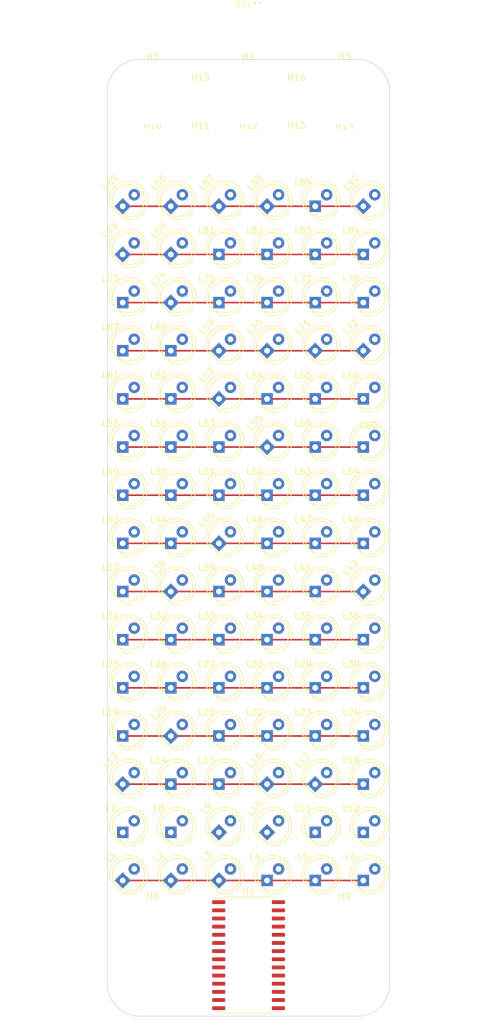
<source format=kicad_pcb>
(kicad_pcb (version 20221018) (generator pcbnew)
  (layers (0 "F.Cu" signal) (31 "B.Cu" signal) (34 "B.Paste" user) (35 "F.Paste" user) (36 "B.SilkS" user "B.Silkscreen") (37 "F.SilkS" user "F.Silkscreen") (38 "B.Mask" user) (39 "F.Mask" user) (44 "Edge.Cuts" user))
  (net 0 "")
  (net 1 "/col_1")
  (net 2 "/row_1")
  (net 3 "/row_2")
  (net 4 "/row_3")
  (net 5 "/row_4")
  (net 6 "/row_5")
  (net 7 "/row_6")
  (net 8 "/row_7")
  (net 9 "/eg8")
  (net 10 "/col_12")
  (net 11 "/col_13")
  (net 12 "/col_14")
  (net 13 "/col_15")
  (net 14 "/col_16")
  (net 15 "GND")
  (net 16 "/din")
  (net 17 "/sclk")
  (net 18 "+5V")
  (net 19 "/col_2")
  (net 20 "/col_3")
  (net 21 "/col_4")
  (net 22 "/col_5")
  (net 23 "/col_6")
  (net 24 "/col_7")
  (net 25 "/col_8")
  (net 26 "/col_9")
  (net 27 "/col_10")
  (net 28 "/col_11")
  (footprint "oomlout_oomp_footprints:l5_7297cd_electronic_led_5_mm" (layer "F.Cu") (at -12.116 -36.634 45)
    (fp_text reference "L74" (at 1.27 -3.96 45) (layer "F.SilkS"))
    (fp_text value "l5_electronic_led_5_mm")
    (pad "1" thru_hole rect (at 0 0 45) (size 1.8 1.8) (drill 0.9) (layers *.Cu *.Mask) (net 11 "/col_13"))
    (pad "2" thru_hole circle (at 2.54 0 45) (size 1.8 1.8) (drill 0.9) (layers *.Cu *.Mask) (net 3 "/row_2"))
  )
  (footprint "oomlout_oomp_footprints:l5_7297cd_electronic_led_5_mm" (layer "F.Cu") (at 10.384 38.366 45)
    (fp_text reference "L17" (at 1.27 -3.96 45) (layer "F.SilkS"))
    (fp_text value "l5_electronic_led_5_mm")
    (pad "1" thru_hole rect (at 0 0 45) (size 1.8 1.8) (drill 0.9) (layers *.Cu *.Mask) (net 20 "/col_3"))
    (pad "2" thru_hole circle (at 2.54 0 45) (size 1.8 1.8) (drill 0.9) (layers *.Cu *.Mask) (net 6 "/row_5"))
  )
  (footprint "oomlout_oomp_footprints:l5_7297cd_electronic_led_5_mm" (layer "F.Cu") (at 2.884 -51.634 45)
    (fp_text reference "L88" (at 1.27 -3.96 45) (layer "F.SilkS"))
    (fp_text value "l5_electronic_led_5_mm")
    (pad "1" thru_hole rect (at 0 0 45) (size 1.8 1.8) (drill 0.9) (layers *.Cu *.Mask) (net 13 "/col_15"))
    (pad "2" thru_hole circle (at 2.54 0 45) (size 1.8 1.8) (drill 0.9) (layers *.Cu *.Mask) (net 5 "/row_4"))
  )
  (footprint "oomlout_oomp_footprints:l5_7297cd_electronic_led_5_mm" (layer "F.Cu") (at 17.884 -51.634 45)
    (fp_text reference "L90" (at 1.27 -3.96 45) (layer "F.SilkS"))
    (fp_text value "l5_electronic_led_5_mm")
    (pad "1" thru_hole rect (at 0 0 45) (size 1.8 1.8) (drill 0.9) (layers *.Cu *.Mask) (net 13 "/col_15"))
    (pad "2" thru_hole circle (at 2.54 0 45) (size 1.8 1.8) (drill 0.9) (layers *.Cu *.Mask) (net 7 "/row_6"))
  )
  (footprint "oomlout_oomp_footprints:l5_7297cd_electronic_led_5_mm" (layer "F.Cu") (at 2.884 45.866 45)
    (fp_text reference "L10" (at 1.27 -3.96 45) (layer "F.SilkS"))
    (fp_text value "l5_electronic_led_5_mm")
    (pad "1" thru_hole rect (at 0 0 45) (size 1.8 1.8) (drill 0.9) (layers *.Cu *.Mask) (net 19 "/col_2"))
    (pad "2" thru_hole circle (at 2.54 0 45) (size 1.8 1.8) (drill 0.9) (layers *.Cu *.Mask) (net 5 "/row_4"))
  )
  (footprint "oomlout_oomp_footprints:l5_7297cd_electronic_led_5_mm" (layer "F.Cu") (at 2.884 -29.134 45)
    (fp_text reference "L70" (at 1.27 -3.96 45) (layer "F.SilkS"))
    (fp_text value "l5_electronic_led_5_mm")
    (pad "1" thru_hole rect (at 0 0 45) (size 1.8 1.8) (drill 0.9) (layers *.Cu *.Mask) (net 10 "/col_12"))
    (pad "2" thru_hole circle (at 2.54 0 45) (size 1.8 1.8) (drill 0.9) (layers *.Cu *.Mask) (net 5 "/row_4"))
  )
  (footprint "oomlout_oomp_footprints:l5_7297cd_electronic_led_5_mm" (layer "F.Cu") (at -12.116 -44.134 45)
    (fp_text reference "L80" (at 1.27 -3.96 45) (layer "F.SilkS"))
    (fp_text value "l5_electronic_led_5_mm")
    (pad "1" thru_hole rect (at 0 0 45) (size 1.8 1.8) (drill 0.9) (layers *.Cu *.Mask) (net 12 "/col_14"))
    (pad "2" thru_hole circle (at 2.54 0 45) (size 1.8 1.8) (drill 0.9) (layers *.Cu *.Mask) (net 3 "/row_2"))
  )
  (footprint "oomlout_oomp_footprints:l5_7297cd_electronic_led_5_mm" (layer "F.Cu") (at -19.616 38.366 45)
    (fp_text reference "L13" (at 1.27 -3.96 45) (layer "F.SilkS"))
    (fp_text value "l5_electronic_led_5_mm")
    (pad "1" thru_hole rect (at 0 0 45) (size 1.8 1.8) (drill 0.9) (layers *.Cu *.Mask) (net 20 "/col_3"))
    (pad "2" thru_hole circle (at 2.54 0 45) (size 1.8 1.8) (drill 0.9) (layers *.Cu *.Mask) (net 2 "/row_1"))
  )
  (footprint "oomlout_oomp_footprints:l5_7297cd_electronic_led_5_mm" (layer "F.Cu") (at -4.616 45.866 45)
    (fp_text reference "L9" (at 1.27 -3.96 45) (layer "F.SilkS"))
    (fp_text value "l5_electronic_led_5_mm")
    (pad "1" thru_hole rect (at 0 0 45) (size 1.8 1.8) (drill 0.9) (layers *.Cu *.Mask) (net 19 "/col_2"))
    (pad "2" thru_hole circle (at 2.54 0 45) (size 1.8 1.8) (drill 0.9) (layers *.Cu *.Mask) (net 4 "/row_3"))
  )
  (footprint "oomlout_oomp_footprints:l5_7297cd_electronic_led_5_mm" (layer "F.Cu") (at -12.116 -51.634 45)
    (fp_text reference "L86" (at 1.27 -3.96 45) (layer "F.SilkS"))
    (fp_text value "l5_electronic_led_5_mm")
    (pad "1" thru_hole rect (at 0 0 45) (size 1.8 1.8) (drill 0.9) (layers *.Cu *.Mask) (net 13 "/col_15"))
    (pad "2" thru_hole circle (at 2.54 0 45) (size 1.8 1.8) (drill 0.9) (layers *.Cu *.Mask) (net 3 "/row_2"))
  )
  (footprint "oomlout_oomp_footprints:mhm3_872f01_electronic_mounting_hole_m3" (layer "F.Cu") (at -15 60 0)
    (fp_text reference "H8" (at 0 -4.2) (layer "F.SilkS"))
    (fp_text value "mhm3_872f01_electronic_mounting_hole_m3")
    (pad "" np_thru_hole circle (at 0 0) (size 3.2 3.2) (drill 3.2) (layers *.Cu *.Mask))
  )
  (footprint "oomlout_oomp_footprints:l5_7297cd_electronic_led_5_mm" (layer "F.Cu") (at 10.384 -29.134 45)
    (fp_text reference "L71" (at 1.27 -3.96 45) (layer "F.SilkS"))
    (fp_text value "l5_electronic_led_5_mm")
    (pad "1" thru_hole rect (at 0 0 45) (size 1.8 1.8) (drill 0.9) (layers *.Cu *.Mask) (net 10 "/col_12"))
    (pad "2" thru_hole circle (at 2.54 0 45) (size 1.8 1.8) (drill 0.9) (layers *.Cu *.Mask) (net 6 "/row_5"))
  )
  (footprint "oomlout_oomp_footprints:l5_7297cd_electronic_led_5_mm" (layer "F.Cu") (at -4.616 -29.134 45)
    (fp_text reference "L69" (at 1.27 -3.96 45) (layer "F.SilkS"))
    (fp_text value "l5_electronic_led_5_mm")
    (pad "1" thru_hole rect (at 0 0 45) (size 1.8 1.8) (drill 0.9) (layers *.Cu *.Mask) (net 10 "/col_12"))
    (pad "2" thru_hole circle (at 2.54 0 45) (size 1.8 1.8) (drill 0.9) (layers *.Cu *.Mask) (net 4 "/row_3"))
  )
  (footprint "oomlout_oomp_footprints:l5_7297cd_electronic_led_5_mm" (layer "F.Cu") (at 17.884 -29.134 45)
    (fp_text reference "L72" (at 1.27 -3.96 45) (layer "F.SilkS"))
    (fp_text value "l5_electronic_led_5_mm")
    (pad "1" thru_hole rect (at 0 0 45) (size 1.8 1.8) (drill 0.9) (layers *.Cu *.Mask) (net 10 "/col_12"))
    (pad "2" thru_hole circle (at 2.54 0 45) (size 1.8 1.8) (drill 0.9) (layers *.Cu *.Mask) (net 7 "/row_6"))
  )
  (footprint "oomlout_oomp_footprints:l5_7297cd_electronic_led_5_mm" (layer "F.Cu") (at -4.616 -21.634 45)
    (fp_text reference "L63" (at 1.27 -3.96 45) (layer "F.SilkS"))
    (fp_text value "l5_electronic_led_5_mm")
    (pad "1" thru_hole rect (at 0 0 45) (size 1.8 1.8) (drill 0.9) (layers *.Cu *.Mask) (net 28 "/col_11"))
    (pad "2" thru_hole circle (at 2.54 0 45) (size 1.8 1.8) (drill 0.9) (layers *.Cu *.Mask) (net 4 "/row_3"))
  )
  (footprint "oomlout_oomp_footprints:l5_7297cd_electronic_led_5_mm" (layer "F.Cu") (at -12.116 30.866 45)
    (fp_text reference "L20" (at 1.27 -3.96 45) (layer "F.SilkS"))
    (fp_text value "l5_electronic_led_5_mm")
    (pad "1" thru_hole rect (at 0 0 45) (size 1.8 1.8) (drill 0.9) (layers *.Cu *.Mask) (net 21 "/col_4"))
    (pad "2" thru_hole circle (at 2.54 0 45) (size 1.8 1.8) (drill 0.9) (layers *.Cu *.Mask) (net 3 "/row_2"))
  )
  (footprint "oomlout_oomp_footprints:l5_7297cd_electronic_led_5_mm" (layer "F.Cu") (at -4.616 -51.634 45)
    (fp_text reference "L87" (at 1.27 -3.96 45) (layer "F.SilkS"))
    (fp_text value "l5_electronic_led_5_mm")
    (pad "1" thru_hole rect (at 0 0 45) (size 1.8 1.8) (drill 0.9) (layers *.Cu *.Mask) (net 13 "/col_15"))
    (pad "2" thru_hole circle (at 2.54 0 45) (size 1.8 1.8) (drill 0.9) (layers *.Cu *.Mask) (net 4 "/row_3"))
  )
  (footprint "oomlout_oomp_footprints:mhm3_872f01_electronic_mounting_hole_m3" (layer "F.Cu") (at 7.5 -60 0)
    (fp_text reference "H13" (at 0 -4.2) (layer "F.SilkS"))
    (fp_text value "mhm3_872f01_electronic_mounting_hole_m3")
    (pad "" np_thru_hole circle (at 0 0) (size 3.2 3.2) (drill 3.2) (layers *.Cu *.Mask))
  )
  (footprint "oomlout_oomp_footprints:l5_7297cd_electronic_led_5_mm" (layer "F.Cu") (at 2.884 -14.134 45)
    (fp_text reference "L58" (at 1.27 -3.96 45) (layer "F.SilkS"))
    (fp_text value "l5_electronic_led_5_mm")
    (pad "1" thru_hole rect (at 0 0 45) (size 1.8 1.8) (drill 0.9) (layers *.Cu *.Mask) (net 27 "/col_10"))
    (pad "2" thru_hole circle (at 2.54 0 45) (size 1.8 1.8) (drill 0.9) (layers *.Cu *.Mask) (net 5 "/row_4"))
  )
  (footprint "oomlout_oomp_footprints:l5_7297cd_electronic_led_5_mm" (layer "F.Cu") (at 17.884 8.366 45)
    (fp_text reference "L42" (at 1.27 -3.96 45) (layer "F.SilkS"))
    (fp_text value "l5_electronic_led_5_mm")
    (pad "1" thru_hole rect (at 0 0 45) (size 1.8 1.8) (drill 0.9) (layers *.Cu *.Mask) (net 24 "/col_7"))
    (pad "2" thru_hole circle (at 2.54 0 45) (size 1.8 1.8) (drill 0.9) (layers *.Cu *.Mask) (net 7 "/row_6"))
  )
  (footprint "oomlout_oomp_footprints:l5_7297cd_electronic_led_5_mm" (layer "F.Cu") (at 2.884 38.366 45)
    (fp_text reference "L16" (at 1.27 -3.96 45) (layer "F.SilkS"))
    (fp_text value "l5_electronic_led_5_mm")
    (pad "1" thru_hole rect (at 0 0 45) (size 1.8 1.8) (drill 0.9) (layers *.Cu *.Mask) (net 20 "/col_3"))
    (pad "2" thru_hole circle (at 2.54 0 45) (size 1.8 1.8) (drill 0.9) (layers *.Cu *.Mask) (net 5 "/row_4"))
  )
  (footprint "oomlout_oomp_footprints:l5_7297cd_electronic_led_5_mm" (layer "F.Cu") (at -19.616 -44.134 45)
    (fp_text reference "L79" (at 1.27 -3.96 45) (layer "F.SilkS"))
    (fp_text value "l5_electronic_led_5_mm")
    (pad "1" thru_hole rect (at 0 0 45) (size 1.8 1.8) (drill 0.9) (layers *.Cu *.Mask) (net 12 "/col_14"))
    (pad "2" thru_hole circle (at 2.54 0 45) (size 1.8 1.8) (drill 0.9) (layers *.Cu *.Mask) (net 2 "/row_1"))
  )
  (footprint "oomlout_oomp_footprints:l5_7297cd_electronic_led_5_mm" (layer "F.Cu") (at -4.616 0.866 45)
    (fp_text reference "L45" (at 1.27 -3.96 45) (layer "F.SilkS"))
    (fp_text value "l5_electronic_led_5_mm")
    (pad "1" thru_hole rect (at 0 0 45) (size 1.8 1.8) (drill 0.9) (layers *.Cu *.Mask) (net 25 "/col_8"))
    (pad "2" thru_hole circle (at 2.54 0 45) (size 1.8 1.8) (drill 0.9) (layers *.Cu *.Mask) (net 4 "/row_3"))
  )
  (footprint "oomlout_oomp_footprints:l5_7297cd_electronic_led_5_mm" (layer "F.Cu") (at -12.116 8.366 45)
    (fp_text reference "L38" (at 1.27 -3.96 45) (layer "F.SilkS"))
    (fp_text value "l5_electronic_led_5_mm")
    (pad "1" thru_hole rect (at 0 0 45) (size 1.8 1.8) (drill 0.9) (layers *.Cu *.Mask) (net 24 "/col_7"))
    (pad "2" thru_hole circle (at 2.54 0 45) (size 1.8 1.8) (drill 0.9) (layers *.Cu *.Mask) (net 3 "/row_2"))
  )
  (footprint "oomlout_oomp_footprints:mhm6_fbea65_electronic_mounting_hole_m6" (layer "F.Cu") (at 15 67.5 0)
    (fp_text reference "H2" (at 0 -7.4) (layer "F.SilkS"))
    (fp_text value "mhm6_fbea65_electronic_mounting_hole_m6")
    (pad "" np_thru_hole circle (at 0 0) (size 6.4 6.4) (drill 6.4) (layers *.Cu *.Mask))
  )
  (footprint "oomlout_oomp_footprints:l5_7297cd_electronic_led_5_mm" (layer "F.Cu") (at -19.616 -51.634 45)
    (fp_text reference "L85" (at 1.27 -3.96 45) (layer "F.SilkS"))
    (fp_text value "l5_electronic_led_5_mm")
    (pad "1" thru_hole rect (at 0 0 45) (size 1.8 1.8) (drill 0.9) (layers *.Cu *.Mask) (net 13 "/col_15"))
    (pad "2" thru_hole circle (at 2.54 0 45) (size 1.8 1.8) (drill 0.9) (layers *.Cu *.Mask) (net 2 "/row_1"))
  )
  (footprint "oomlout_oomp_footprints:l5_7297cd_electronic_led_5_mm" (layer "F.Cu") (at -19.616 53.366 45)
    (fp_text reference "L1" (at 1.27 -3.96 45) (layer "F.SilkS"))
    (fp_text value "l5_electronic_led_5_mm")
    (pad "1" thru_hole rect (at 0 0 45) (size 1.8 1.8) (drill 0.9) (layers *.Cu *.Mask) (net 1 "/col_1"))
    (pad "2" thru_hole circle (at 2.54 0 45) (size 1.8 1.8) (drill 0.9) (layers *.Cu *.Mask) (net 2 "/row_1"))
  )
  (footprint "oomlout_oomp_footprints:l5_7297cd_electronic_led_5_mm" (layer "F.Cu") (at -19.616 -21.634 45)
    (fp_text reference "L61" (at 1.27 -3.96) (layer "F.SilkS"))
    (fp_text value "l5_electronic_led_5_mm")
    (pad "1" thru_hole rect (at 0 0) (size 1.8 1.8) (drill 0.9) (layers *.Cu *.Mask) (net 28 "/col_11"))
    (pad "2" thru_hole circle (at 2.54 0) (size 1.8 1.8) (drill 0.9) (layers *.Cu *.Mask) (net 2 "/row_1"))
  )
  (footprint "oomlout_oomp_footprints:l5_7297cd_electronic_led_5_mm" (layer "F.Cu") (at 10.384 -51.634 45)
    (fp_text reference "L89" (at 1.27 -3.96) (layer "F.SilkS"))
    (fp_text value "l5_electronic_led_5_mm")
    (pad "1" thru_hole rect (at 0 0) (size 1.8 1.8) (drill 0.9) (layers *.Cu *.Mask) (net 13 "/col_15"))
    (pad "2" thru_hole circle (at 2.54 0) (size 1.8 1.8) (drill 0.9) (layers *.Cu *.Mask) (net 6 "/row_5"))
  )
  (footprint "oomlout_oomp_footprints:l5_7297cd_electronic_led_5_mm" (layer "F.Cu") (at 2.884 53.366 45)
    (fp_text reference "L4" (at 1.27 -3.96) (layer "F.SilkS"))
    (fp_text value "l5_electronic_led_5_mm")
    (pad "1" thru_hole rect (at 0 0) (size 1.8 1.8) (drill 0.9) (layers *.Cu *.Mask) (net 1 "/col_1"))
    (pad "2" thru_hole circle (at 2.54 0) (size 1.8 1.8) (drill 0.9) (layers *.Cu *.Mask) (net 5 "/row_4"))
  )
  (footprint "oomlout_oomp_footprints:mhm3_872f01_electronic_mounting_hole_m3" (layer "F.Cu") (at 0 -60 0)
    (fp_text reference "H12" (at 0 -4.2) (layer "F.SilkS"))
    (fp_text value "mhm3_872f01_electronic_mounting_hole_m3")
    (pad "" np_thru_hole circle (at 0 0) (size 3.2 3.2) (drill 3.2) (layers *.Cu *.Mask))
  )
  (footprint "oomlout_oomp_footprints:l5_7297cd_electronic_led_5_mm" (layer "F.Cu") (at -12.116 -6.634 45)
    (fp_text reference "L50" (at 1.27 -3.96) (layer "F.SilkS"))
    (fp_text value "l5_electronic_led_5_mm")
    (pad "1" thru_hole rect (at 0 0) (size 1.8 1.8) (drill 0.9) (layers *.Cu *.Mask) (net 26 "/col_9"))
    (pad "2" thru_hole circle (at 2.54 0) (size 1.8 1.8) (drill 0.9) (layers *.Cu *.Mask) (net 3 "/row_2"))
  )
  (footprint "oomlout_oomp_footprints:l5_7297cd_electronic_led_5_mm" (layer "F.Cu") (at -4.616 -36.634 45)
    (fp_text reference "L75" (at 1.27 -3.96) (layer "F.SilkS"))
    (fp_text value "l5_electronic_led_5_mm")
    (pad "1" thru_hole rect (at 0 0) (size 1.8 1.8) (drill 0.9) (layers *.Cu *.Mask) (net 11 "/col_13"))
    (pad "2" thru_hole circle (at 2.54 0) (size 1.8 1.8) (drill 0.9) (layers *.Cu *.Mask) (net 4 "/row_3"))
  )
  (footprint "oomlout_oomp_footprints:l5_7297cd_electronic_led_5_mm" (layer "F.Cu") (at -4.616 53.366 45)
    (fp_text reference "L3" (at 1.27 -3.96 45) (layer "F.SilkS"))
    (fp_text value "l5_electronic_led_5_mm")
    (pad "1" thru_hole rect (at 0 0 45) (size 1.8 1.8) (drill 0.9) (layers *.Cu *.Mask) (net 1 "/col_1"))
    (pad "2" thru_hole circle (at 2.54 0 45) (size 1.8 1.8) (drill 0.9) (layers *.Cu *.Mask) (net 4 "/row_3"))
  )
  (footprint "oomlout_oomp_footprints:mhm6_fbea65_electronic_mounting_hole_m6" (layer "F.Cu") (at 15 -67.5 0)
    (fp_text reference "H5" (at 0 -7.4) (layer "F.SilkS"))
    (fp_text value "mhm6_fbea65_electronic_mounting_hole_m6")
    (pad "" np_thru_hole circle (at 0 0) (size 6.4 6.4) (drill 6.4) (layers *.Cu *.Mask))
  )
  (footprint "oomlout_oomp_footprints:l5_7297cd_electronic_led_5_mm" (layer "F.Cu") (at 2.884 -36.634 45)
    (fp_text reference "L76" (at 1.27 -3.96) (layer "F.SilkS"))
    (fp_text value "l5_electronic_led_5_mm")
    (pad "1" thru_hole rect (at 0 0) (size 1.8 1.8) (drill 0.9) (layers *.Cu *.Mask) (net 11 "/col_13"))
    (pad "2" thru_hole circle (at 2.54 0) (size 1.8 1.8) (drill 0.9) (layers *.Cu *.Mask) (net 5 "/row_4"))
  )
  (footprint "oomlout_oomp_footprints:l5_7297cd_electronic_led_5_mm" (layer "F.Cu") (at -4.616 23.366 45)
    (fp_text reference "L27" (at 1.27 -3.96) (layer "F.SilkS"))
    (fp_text value "l5_electronic_led_5_mm")
    (pad "1" thru_hole rect (at 0 0) (size 1.8 1.8) (drill 0.9) (layers *.Cu *.Mask) (net 22 "/col_5"))
    (pad "2" thru_hole circle (at 2.54 0) (size 1.8 1.8) (drill 0.9) (layers *.Cu *.Mask) (net 4 "/row_3"))
  )
  (footprint "oomlout_oomp_footprints:l5_7297cd_electronic_led_5_mm" (layer "F.Cu") (at -19.616 45.866 45)
    (fp_text reference "L7" (at 1.27 -3.96) (layer "F.SilkS"))
    (fp_text value "l5_electronic_led_5_mm")
    (pad "1" thru_hole rect (at 0 0) (size 1.8 1.8) (drill 0.9) (layers *.Cu *.Mask) (net 19 "/col_2"))
    (pad "2" thru_hole circle (at 2.54 0) (size 1.8 1.8) (drill 0.9) (layers *.Cu *.Mask) (net 2 "/row_1"))
  )
  (footprint "oomlout_oomp_footprints:l5_7297cd_electronic_led_5_mm" (layer "F.Cu") (at 2.884 -21.634 45)
    (fp_text reference "L64" (at 1.27 -3.96) (layer "F.SilkS"))
    (fp_text value "l5_electronic_led_5_mm")
    (pad "1" thru_hole rect (at 0 0) (size 1.8 1.8) (drill 0.9) (layers *.Cu *.Mask) (net 28 "/col_11"))
    (pad "2" thru_hole circle (at 2.54 0) (size 1.8 1.8) (drill 0.9) (layers *.Cu *.Mask) (net 5 "/row_4"))
  )
  (footprint "oomlout_oomp_footprints:l5_7297cd_electronic_led_5_mm" (layer "F.Cu") (at 10.384 15.866 45)
    (fp_text reference "L35" (at 1.27 -3.96) (layer "F.SilkS"))
    (fp_text value "l5_electronic_led_5_mm")
    (pad "1" thru_hole rect (at 0 0) (size 1.8 1.8) (drill 0.9) (layers *.Cu *.Mask) (net 23 "/col_6"))
    (pad "2" thru_hole circle (at 2.54 0) (size 1.8 1.8) (drill 0.9) (layers *.Cu *.Mask) (net 6 "/row_5"))
  )
  (footprint "oomlout_oomp_footprints:l5_7297cd_electronic_led_5_mm" (layer "F.Cu") (at 17.884 45.866 45)
    (fp_text reference "L12" (at 1.27 -3.96) (layer "F.SilkS"))
    (fp_text value "l5_electronic_led_5_mm")
    (pad "1" thru_hole rect (at 0 0) (size 1.8 1.8) (drill 0.9) (layers *.Cu *.Mask) (net 19 "/col_2"))
    (pad "2" thru_hole circle (at 2.54 0) (size 1.8 1.8) (drill 0.9) (layers *.Cu *.Mask) (net 7 "/row_6"))
  )
  (footprint "oomlout_oomp_footprints:l5_7297cd_electronic_led_5_mm" (layer "F.Cu") (at 10.384 -21.634 45)
    (fp_text reference "L65" (at 1.27 -3.96) (layer "F.SilkS"))
    (fp_text value "l5_electronic_led_5_mm")
    (pad "1" thru_hole rect (at 0 0) (size 1.8 1.8) (drill 0.9) (layers *.Cu *.Mask) (net 28 "/col_11"))
    (pad "2" thru_hole circle (at 2.54 0) (size 1.8 1.8) (drill 0.9) (layers *.Cu *.Mask) (net 6 "/row_5"))
  )
  (footprint "oomlout_oomp_footprints:l5_7297cd_electronic_led_5_mm" (layer "F.Cu") (at 10.384 -6.634 45)
    (fp_text reference "L53" (at 1.27 -3.96) (layer "F.SilkS"))
    (fp_text value "l5_electronic_led_5_mm")
    (pad "1" thru_hole rect (at 0 0) (size 1.8 1.8) (drill 0.9) (layers *.Cu *.Mask) (net 26 "/col_9"))
    (pad "2" thru_hole circle (at 2.54 0) (size 1.8 1.8) (drill 0.9) (layers *.Cu *.Mask) (net 6 "/row_5"))
  )
  (footprint "oomlout_oomp_footprints:l5_7297cd_electronic_led_5_mm" (layer "F.Cu") (at 17.884 -14.134 45)
    (fp_text reference "L60" (at 3.037768 -1.767767) (layer "F.SilkS"))
    (fp_text value "l5_electronic_led_5_mm")
    (pad "1" thru_hole rect (at 0 0) (size 1.8 1.8) (drill 0.9) (layers *.Cu *.Mask) (net 27 "/col_10"))
    (pad "2" thru_hole circle (at 2.54 0) (size 1.8 1.8) (drill 0.9) (layers *.Cu *.Mask) (net 7 "/row_6"))
  )
  (footprint "oomlout_oomp_footprints:l5_7297cd_electronic_led_5_mm" (layer "F.Cu") (at 17.884 -36.634 45)
    (fp_text reference "L78" (at 1.27 -3.96) (layer "F.SilkS"))
    (fp_text value "l5_electronic_led_5_mm")
    (pad "1" thru_hole rect (at 0 0) (size 1.8 1.8) (drill 0.9) (layers *.Cu *.Mask) (net 11 "/col_13"))
    (pad "2" thru_hole circle (at 2.54 0) (size 1.8 1.8) (drill 0.9) (layers *.Cu *.Mask) (net 7 "/row_6"))
  )
  (footprint "oomlout_oomp_footprints:l5_7297cd_electronic_led_5_mm" (layer "F.Cu") (at 10.384 30.866 45)
    (fp_text reference "L23" (at 1.27 -3.96) (layer "F.SilkS"))
    (fp_text value "l5_electronic_led_5_mm")
    (pad "1" thru_hole rect (at 0 0) (size 1.8 1.8) (drill 0.9) (layers *.Cu *.Mask) (net 21 "/col_4"))
    (pad "2" thru_hole circle (at 2.54 0) (size 1.8 1.8) (drill 0.9) (layers *.Cu *.Mask) (net 6 "/row_5"))
  )
  (footprint "oomlout_oomp_footprints:l5_7297cd_electronic_led_5_mm" (layer "F.Cu") (at 10.384 8.366 45)
    (fp_text reference "L41" (at 1.27 -3.96) (layer "F.SilkS"))
    (fp_text value "l5_electronic_led_5_mm")
    (pad "1" thru_hole rect (at 0 0) (size 1.8 1.8) (drill 0.9) (layers *.Cu *.Mask) (net 24 "/col_7"))
    (pad "2" thru_hole circle (at 2.54 0) (size 1.8 1.8) (drill 0.9) (layers *.Cu *.Mask) (net 6 "/row_5"))
  )
  (footprint "oomlout_oomp_footprints:l5_7297cd_electronic_led_5_mm" (layer "F.Cu") (at 10.384 -44.134 45)
    (fp_text reference "L83" (at 1.27 -3.96) (layer "F.SilkS"))
    (fp_text value "l5_electronic_led_5_mm")
    (pad "1" thru_hole rect (at 0 0) (size 1.8 1.8) (drill 0.9) (layers *.Cu *.Mask) (net 12 "/col_14"))
    (pad "2" thru_hole circle (at 2.54 0) (size 1.8 1.8) (drill 0.9) (layers *.Cu *.Mask) (net 6 "/row_5"))
  )
  (footprint "oomlout_oomp_footprints:l5_7297cd_electronic_led_5_mm" (layer "F.Cu") (at -12.116 53.366 45)
    (fp_text reference "L2" (at 1.27 -3.96 45) (layer "F.SilkS"))
    (fp_text value "l5_electronic_led_5_mm")
    (pad "1" thru_hole rect (at 0 0 45) (size 1.8 1.8) (drill 0.9) (layers *.Cu *.Mask) (net 1 "/col_1"))
    (pad "2" thru_hole circle (at 2.54 0 45) (size 1.8 1.8) (drill 0.9) (layers *.Cu *.Mask) (net 3 "/row_2"))
  )
  (footprint "oomlout_oomp_footprints:l5_7297cd_electronic_led_5_mm" (layer "F.Cu") (at -4.616 38.366 45)
    (fp_text reference "L15" (at 1.27 -3.96) (layer "F.SilkS"))
    (fp_text value "l5_electronic_led_5_mm")
    (pad "1" thru_hole rect (at 0 0) (size 1.8 1.8) (drill 0.9) (layers *.Cu *.Mask) (net 20 "/col_3"))
    (pad "2" thru_hole circle (at 2.54 0) (size 1.8 1.8) (drill 0.9) (layers *.Cu *.Mask) (net 4 "/row_3"))
  )
  (footprint "oomlout_oomp_footprints:l5_7297cd_electronic_led_5_mm" (layer "F.Cu") (at 17.884 53.366 45)
    (fp_text reference "L6" (at 1.27 -3.96) (layer "F.SilkS"))
    (fp_text value "l5_electronic_led_5_mm")
    (pad "1" thru_hole rect (at 0 0) (size 1.8 1.8) (drill 0.9) (layers *.Cu *.Mask) (net 1 "/col_1"))
    (pad "2" thru_hole circle (at 2.54 0) (size 1.8 1.8) (drill 0.9) (layers *.Cu *.Mask) (net 7 "/row_6"))
  )
  (footprint "oomlout_oomp_footprints:l5_7297cd_electronic_led_5_mm" (layer "F.Cu") (at 2.884 30.866 45)
    (fp_text reference "L22" (at 1.27 -3.96) (layer "F.SilkS"))
    (fp_text value "l5_electronic_led_5_mm")
    (pad "1" thru_hole rect (at 0 0) (size 1.8 1.8) (drill 0.9) (layers *.Cu *.Mask) (net 21 "/col_4"))
    (pad "2" thru_hole circle (at 2.54 0) (size 1.8 1.8) (drill 0.9) (layers *.Cu *.Mask) (net 5 "/row_4"))
  )
  (footprint "oomlout_oomp_footprints:l5_7297cd_electronic_led_5_mm" (layer "F.Cu") (at 17.884 0.866 45)
    (fp_text reference "L48" (at 1.27 -3.96) (layer "F.SilkS"))
    (fp_text value "l5_electronic_led_5_mm")
    (pad "1" thru_hole rect (at 0 0) (size 1.8 1.8) (drill 0.9) (layers *.Cu *.Mask) (net 25 "/col_8"))
    (pad "2" thru_hole circle (at 2.54 0) (size 1.8 1.8) (drill 0.9) (layers *.Cu *.Mask) (net 7 "/row_6"))
  )
  (footprint "oomlout_oomp_footprints:mhm6_fbea65_electronic_mounting_hole_m6" (layer "F.Cu") (at 0 -67.5 0)
    (fp_text reference "H4" (at 0 -7.4) (layer "F.SilkS"))
    (fp_text value "mhm6_fbea65_electronic_mounting_hole_m6")
    (pad "" np_thru_hole circle (at 0 0) (size 6.4 6.4) (drill 6.4) (layers *.Cu *.Mask))
  )
  (footprint "oomlout_oomp_footprints:l5_7297cd_electronic_led_5_mm" (layer "F.Cu") (at -19.616 -14.134 45)
    (fp_text reference "L55" (at 1.27 -3.96) (layer "F.SilkS"))
    (fp_text value "l5_electronic_led_5_mm")
    (pad "1" thru_hole rect (at 0 0) (size 1.8 1.8) (drill 0.9) (layers *.Cu *.Mask) (net 27 "/col_10"))
    (pad "2" thru_hole circle (at 2.54 0) (size 1.8 1.8) (drill 0.9) (layers *.Cu *.Mask) (net 2 "/row_1"))
  )
  (footprint "oomlout_oomp_footprints:l5_7297cd_electronic_led_5_mm" (layer "F.Cu") (at 17.884 -21.634 45)
    (fp_text reference "L66" (at 1.27 -3.96) (layer "F.SilkS"))
    (fp_text value "l5_electronic_led_5_mm")
    (pad "1" thru_hole rect (at 0 0) (size 1.8 1.8) (drill 0.9) (layers *.Cu *.Mask) (net 28 "/col_11"))
    (pad "2" thru_hole circle (at 2.54 0) (size 1.8 1.8) (drill 0.9) (layers *.Cu *.Mask) (net 7 "/row_6"))
  )
  (footprint "oomlout_oomp_footprints:l5_7297cd_electronic_led_5_mm" (layer "F.Cu") (at 10.384 53.366 45)
    (fp_text reference "L5" (at 1.27 -3.96) (layer "F.SilkS"))
    (fp_text value "l5_electronic_led_5_mm")
    (pad "1" thru_hole rect (at 0 0) (size 1.8 1.8) (drill 0.9) (layers *.Cu *.Mask) (net 1 "/col_1"))
    (pad "2" thru_hole circle (at 2.54 0) (size 1.8 1.8) (drill 0.9) (layers *.Cu *.Mask) (net 6 "/row_5"))
  )
  (footprint "oomlout_oomp_footprints:l5_7297cd_electronic_led_5_mm" (layer "F.Cu") (at 2.884 15.866 45)
    (fp_text reference "L34" (at 1.27 -3.96) (layer "F.SilkS"))
    (fp_text value "l5_electronic_led_5_mm")
    (pad "1" thru_hole rect (at 0 0) (size 1.8 1.8) (drill 0.9) (layers *.Cu *.Mask) (net 23 "/col_6"))
    (pad "2" thru_hole circle (at 2.54 0) (size 1.8 1.8) (drill 0.9) (layers *.Cu *.Mask) (net 5 "/row_4"))
  )
  (footprint "oomlout_oomp_footprints:l5_7297cd_electronic_led_5_mm" (layer "F.Cu") (at 17.884 23.366 45)
    (fp_text reference "L30" (at 1.27 -3.96) (layer "F.SilkS"))
    (fp_text value "l5_electronic_led_5_mm")
    (pad "1" thru_hole rect (at 0 0) (size 1.8 1.8) (drill 0.9) (layers *.Cu *.Mask) (net 22 "/col_5"))
    (pad "2" thru_hole circle (at 2.54 0) (size 1.8 1.8) (drill 0.9) (layers *.Cu *.Mask) (net 7 "/row_6"))
  )
  (footprint "oomlout_oomp_footprints:l5_7297cd_electronic_led_5_mm" (layer "F.Cu") (at 10.384 -14.134 45)
    (fp_text reference "L59" (at 1.27 -3.96) (layer "F.SilkS"))
    (fp_text value "l5_electronic_led_5_mm")
    (pad "1" thru_hole rect (at 0 0) (size 1.8 1.8) (drill 0.9) (layers *.Cu *.Mask) (net 27 "/col_10"))
    (pad "2" thru_hole circle (at 2.54 0) (size 1.8 1.8) (drill 0.9) (layers *.Cu *.Mask) (net 6 "/row_5"))
  )
  (footprint "oomlout_oomp_footprints:l5_7297cd_electronic_led_5_mm" (layer "F.Cu") (at 10.384 45.866 45)
    (fp_text reference "L11" (at 1.27 -3.96) (layer "F.SilkS"))
    (fp_text value "l5_electronic_led_5_mm")
    (pad "1" thru_hole rect (at 0 0) (size 1.8 1.8) (drill 0.9) (layers *.Cu *.Mask) (net 19 "/col_2"))
    (pad "2" thru_hole circle (at 2.54 0) (size 1.8 1.8) (drill 0.9) (layers *.Cu *.Mask) (net 6 "/row_5"))
  )
  (footprint "oomlout_oomp_footprints:l5_7297cd_electronic_led_5_mm" (layer "F.Cu") (at 2.884 0.866 45)
    (fp_text reference "L46" (at 1.27 -3.96) (layer "F.SilkS"))
    (fp_text value "l5_electronic_led_5_mm")
    (pad "1" thru_hole rect (at 0 0) (size 1.8 1.8) (drill 0.9) (layers *.Cu *.Mask) (net 25 "/col_8"))
    (pad "2" thru_hole circle (at 2.54 0) (size 1.8 1.8) (drill 0.9) (layers *.Cu *.Mask) (net 5 "/row_4"))
  )
  (footprint "oomlout_oomp_footprints:mhm3_872f01_electronic_mounting_hole_m3" (layer "F.Cu") (at -15 -60 0)
    (fp_text reference "H10" (at 0 -4.2) (layer "F.SilkS"))
    (fp_text value "mhm3_872f01_electronic_mounting_hole_m3")
    (pad "" np_thru_hole circle (at 0 0) (size 3.2 3.2) (drill 3.2) (layers *.Cu *.Mask))
  )
  (footprint "oomlout_oomp_footprints:l5_7297cd_electronic_led_5_mm" (layer "F.Cu") (at 2.884 -44.134 45)
    (fp_text reference "L82" (at 1.27 -3.96) (layer "F.SilkS"))
    (fp_text value "l5_electronic_led_5_mm")
    (pad "1" thru_hole rect (at 0 0) (size 1.8 1.8) (drill 0.9) (layers *.Cu *.Mask) (net 12 "/col_14"))
    (pad "2" thru_hole circle (at 2.54 0) (size 1.8 1.8) (drill 0.9) (layers *.Cu *.Mask) (net 5 "/row_4"))
  )
  (footprint "oomlout_oomp_footprints:l5_7297cd_electronic_led_5_mm" (layer "F.Cu") (at -19.616 30.866 45)
    (fp_text reference "L19" (at 1.27 -3.96) (layer "F.SilkS"))
    (fp_text value "l5_electronic_led_5_mm")
    (pad "1" thru_hole rect (at 0 0) (size 1.8 1.8) (drill 0.9) (layers *.Cu *.Mask) (net 21 "/col_4"))
    (pad "2" thru_hole circle (at 2.54 0) (size 1.8 1.8) (drill 0.9) (layers *.Cu *.Mask) (net 2 "/row_1"))
  )
  (footprint "oomlout_oomp_footprints:l5_7297cd_electronic_led_5_mm" (layer "F.Cu") (at -19.616 -36.634 45)
    (fp_text reference "L73" (at 1.27 -3.96) (layer "F.SilkS"))
    (fp_text value "l5_electronic_led_5_mm")
    (pad "1" thru_hole rect (at 0 0) (size 1.8 1.8) (drill 0.9) (layers *.Cu *.Mask) (net 11 "/col_13"))
    (pad "2" thru_hole circle (at 2.54 0) (size 1.8 1.8) (drill 0.9) (layers *.Cu *.Mask) (net 2 "/row_1"))
  )
  (footprint "oomlout_oomp_footprints:l5_7297cd_electronic_led_5_mm" (layer "F.Cu") (at -12.116 0.866 45)
    (fp_text reference "L44" (at 1.27 -3.96) (layer "F.SilkS"))
    (fp_text value "l5_electronic_led_5_mm")
    (pad "1" thru_hole rect (at 0 0) (size 1.8 1.8) (drill 0.9) (layers *.Cu *.Mask) (net 25 "/col_8"))
    (pad "2" thru_hole circle (at 2.54 0) (size 1.8 1.8) (drill 0.9) (layers *.Cu *.Mask) (net 3 "/row_2"))
  )
  (footprint "oomlout_oomp_footprints:l5_7297cd_electronic_led_5_mm" (layer "F.Cu") (at -4.616 15.866 45)
    (fp_text reference "L33" (at 1.27 -3.96) (layer "F.SilkS"))
    (fp_text value "l5_electronic_led_5_mm")
    (pad "1" thru_hole rect (at 0 0) (size 1.8 1.8) (drill 0.9) (layers *.Cu *.Mask) (net 23 "/col_6"))
    (pad "2" thru_hole circle (at 2.54 0) (size 1.8 1.8) (drill 0.9) (layers *.Cu *.Mask) (net 4 "/row_3"))
  )
  (footprint "oomlout_oomp_footprints:l5_7297cd_electronic_led_5_mm" (layer "F.Cu") (at -4.616 30.866 45)
    (fp_text reference "L21" (at 1.27 -3.96) (layer "F.SilkS"))
    (fp_text value "l5_electronic_led_5_mm")
    (pad "1" thru_hole rect (at 0 0) (size 1.8 1.8) (drill 0.9) (layers *.Cu *.Mask) (net 21 "/col_4"))
    (pad "2" thru_hole circle (at 2.54 0) (size 1.8 1.8) (drill 0.9) (layers *.Cu *.Mask) (net 4 "/row_3"))
  )
  (footprint "oomlout_oomp_footprints:l5_7297cd_electronic_led_5_mm" (layer "F.Cu") (at -19.616 15.866 45)
    (fp_text reference "L31" (at 1.27 -3.96) (layer "F.SilkS"))
    (fp_text value "l5_electronic_led_5_mm")
    (pad "1" thru_hole rect (at 0 0) (size 1.8 1.8) (drill 0.9) (layers *.Cu *.Mask) (net 23 "/col_6"))
    (pad "2" thru_hole circle (at 2.54 0) (size 1.8 1.8) (drill 0.9) (layers *.Cu *.Mask) (net 2 "/row_1"))
  )
  (footprint "oomlout_oomp_footprints:l5_7297cd_electronic_led_5_mm" (layer "F.Cu") (at -19.616 23.366 45)
    (fp_text reference "L25" (at 1.27 -3.96) (layer "F.SilkS"))
    (fp_text value "l5_electronic_led_5_mm")
    (pad "1" thru_hole rect (at 0 0) (size 1.8 1.8) (drill 0.9) (layers *.Cu *.Mask) (net 22 "/col_5"))
    (pad "2" thru_hole circle (at 2.54 0) (size 1.8 1.8) (drill 0.9) (layers *.Cu *.Mask) (net 2 "/row_1"))
  )
  (footprint "oomlout_oomp_footprints:l5_7297cd_electronic_led_5_mm" (layer "F.Cu") (at 2.884 8.366 45)
    (fp_text reference "L40" (at 1.27 -3.96) (layer "F.SilkS"))
    (fp_text value "l5_electronic_led_5_mm")
    (pad "1" thru_hole rect (at 0 0) (size 1.8 1.8) (drill 0.9) (layers *.Cu *.Mask) (net 24 "/col_7"))
    (pad "2" thru_hole circle (at 2.54 0) (size 1.8 1.8) (drill 0.9) (layers *.Cu *.Mask) (net 5 "/row_4"))
  )
  (footprint "oomlout_oomp_footprints:l5_7297cd_electronic_led_5_mm" (layer "F.Cu") (at 17.884 30.866 45)
    (fp_text reference "L24" (at 1.27 -3.96) (layer "F.SilkS"))
    (fp_text value "l5_electronic_led_5_mm")
    (pad "1" thru_hole rect (at 0 0) (size 1.8 1.8) (drill 0.9) (layers *.Cu *.Mask) (net 21 "/col_4"))
    (pad "2" thru_hole circle (at 2.54 0) (size 1.8 1.8) (drill 0.9) (layers *.Cu *.Mask) (net 7 "/row_6"))
  )
  (footprint "oomlout_oomp_footprints:l5_7297cd_electronic_led_5_mm" (layer "F.Cu") (at -4.616 -14.134 45)
    (fp_text reference "L57" (at 1.27 -3.96) (layer "F.SilkS"))
    (fp_text value "l5_electronic_led_5_mm")
    (pad "1" thru_hole rect (at 0 0) (size 1.8 1.8) (drill 0.9) (layers *.Cu *.Mask) (net 27 "/col_10"))
    (pad "2" thru_hole circle (at 2.54 0) (size 1.8 1.8) (drill 0.9) (layers *.Cu *.Mask) (net 4 "/row_3"))
  )
  (footprint "oomlout_oomp_footprints:mhm6_fbea65_electronic_mounting_hole_m6" (layer "F.Cu") (at -15 67.5 0)
    (fp_text reference "H1" (at 0 -7.4) (layer "F.SilkS"))
    (fp_text value "mhm6_fbea65_electronic_mounting_hole_m6")
    (pad "" np_thru_hole circle (at 0 0) (size 6.4 6.4) (drill 6.4) (layers *.Cu *.Mask))
  )
  (footprint "oomlout_oomp_footprints:l5_7297cd_electronic_led_5_mm" (layer "F.Cu") (at -19.616 0.866 45)
    (fp_text reference "L43" (at 1.27 -3.96) (layer "F.SilkS"))
    (fp_text value "l5_electronic_led_5_mm")
    (pad "1" thru_hole rect (at 0 0) (size 1.8 1.8) (drill 0.9) (layers *.Cu *.Mask) (net 25 "/col_8"))
    (pad "2" thru_hole circle (at 2.54 0) (size 1.8 1.8) (drill 0.9) (layers *.Cu *.Mask) (net 2 "/row_1"))
  )
  (footprint "oomlout_oomp_footprints:l5_7297cd_electronic_led_5_mm" (layer "F.Cu") (at 17.884 15.866 45)
    (fp_text reference "L36" (at 1.27 -3.96) (layer "F.SilkS"))
    (fp_text value "l5_electronic_led_5_mm")
    (pad "1" thru_hole rect (at 0 0) (size 1.8 1.8) (drill 0.9) (layers *.Cu *.Mask) (net 23 "/col_6"))
    (pad "2" thru_hole circle (at 2.54 0) (size 1.8 1.8) (drill 0.9) (layers *.Cu *.Mask) (net 7 "/row_6"))
  )
  (footprint "oomlout_oomp_footprints:l5_7297cd_electronic_led_5_mm" (layer "F.Cu") (at 10.384 -36.634 45)
    (fp_text reference "L77" (at 1.27 -3.96) (layer "F.SilkS"))
    (fp_text value "l5_electronic_led_5_mm")
    (pad "1" thru_hole rect (at 0 0) (size 1.8 1.8) (drill 0.9) (layers *.Cu *.Mask) (net 11 "/col_13"))
    (pad "2" thru_hole circle (at 2.54 0) (size 1.8 1.8) (drill 0.9) (layers *.Cu *.Mask) (net 6 "/row_5"))
  )
  (footprint "oomlout_oomp_footprints:l5_7297cd_electronic_led_5_mm" (layer "F.Cu") (at -4.616 -6.634 45)
    (fp_text reference "L51" (at 1.27 -3.96) (layer "F.SilkS"))
    (fp_text value "l5_electronic_led_5_mm")
    (pad "1" thru_hole rect (at 0 0) (size 1.8 1.8) (drill 0.9) (layers *.Cu *.Mask) (net 26 "/col_9"))
    (pad "2" thru_hole circle (at 2.54 0) (size 1.8 1.8) (drill 0.9) (layers *.Cu *.Mask) (net 4 "/row_3"))
  )
  (footprint "oomlout_oomp_footprints:l5_7297cd_electronic_led_5_mm" (layer "F.Cu") (at -12.116 45.866 45)
    (fp_text reference "L8" (at 1.27 -3.96) (layer "F.SilkS"))
    (fp_text value "l5_electronic_led_5_mm")
    (pad "1" thru_hole rect (at 0 0) (size 1.8 1.8) (drill 0.9) (layers *.Cu *.Mask) (net 19 "/col_2"))
    (pad "2" thru_hole circle (at 2.54 0) (size 1.8 1.8) (drill 0.9) (layers *.Cu *.Mask) (net 3 "/row_2"))
  )
  (footprint "oomlout_oomp_footprints:mhm3_872f01_electronic_mounting_hole_m3" (layer "F.Cu") (at 15 60 0)
    (fp_text reference "H9" (at 0 -4.2) (layer "F.SilkS"))
    (fp_text value "mhm3_872f01_electronic_mounting_hole_m3")
    (pad "" np_thru_hole circle (at 0 0) (size 3.2 3.2) (drill 3.2) (layers *.Cu *.Mask))
  )
  (footprint "oomlout_oomp_footprints:mhm6_fbea65_electronic_mounting_hole_m6" (layer "F.Cu") (at -15 -67.5 0)
    (fp_text reference "H3" (at 0 -7.4) (layer "F.SilkS"))
    (fp_text value "mhm6_fbea65_electronic_mounting_hole_m6")
    (pad "" np_thru_hole circle (at 0 0) (size 6.4 6.4) (drill 6.4) (layers *.Cu *.Mask))
  )
  (footprint "oomlout_oomp_footprints:l5_7297cd_electronic_led_5_mm" (layer "F.Cu") (at -19.616 -6.634 45)
    (fp_text reference "L49" (at 1.27 -3.96) (layer "F.SilkS"))
    (fp_text value "l5_electronic_led_5_mm")
    (pad "1" thru_hole rect (at 0 0) (size 1.8 1.8) (drill 0.9) (layers *.Cu *.Mask) (net 26 "/col_9"))
    (pad "2" thru_hole circle (at 2.54 0) (size 1.8 1.8) (drill 0.9) (layers *.Cu *.Mask) (net 2 "/row_1"))
  )
  (footprint "oomlout_oomp_footprints:l5_7297cd_electronic_led_5_mm" (layer "F.Cu") (at 17.884 38.366 45)
    (fp_text reference "L18" (at 1.27 -3.96) (layer "F.SilkS"))
    (fp_text value "l5_electronic_led_5_mm")
    (pad "1" thru_hole rect (at 0 0) (size 1.8 1.8) (drill 0.9) (layers *.Cu *.Mask) (net 20 "/col_3"))
    (pad "2" thru_hole circle (at 2.54 0) (size 1.8 1.8) (drill 0.9) (layers *.Cu *.Mask) (net 7 "/row_6"))
  )
  (footprint "oomlout_oomp_footprints:l5_7297cd_electronic_led_5_mm" (layer "F.Cu") (at -12.116 38.366 45)
    (fp_text reference "L14" (at 1.27 -3.96) (layer "F.SilkS"))
    (fp_text value "l5_electronic_led_5_mm")
    (pad "1" thru_hole rect (at 0 0) (size 1.8 1.8) (drill 0.9) (layers *.Cu *.Mask) (net 20 "/col_3"))
    (pad "2" thru_hole circle (at 2.54 0) (size 1.8 1.8) (drill 0.9) (layers *.Cu *.Mask) (net 3 "/row_2"))
  )
  (footprint "oomlout_oomp_footprints:l5_7297cd_electronic_led_5_mm" (layer "F.Cu") (at 2.884 23.366 45)
    (fp_text reference "L28" (at 1.27 -3.96) (layer "F.SilkS"))
    (fp_text value "l5_electronic_led_5_mm")
    (pad "1" thru_hole rect (at 0 0) (size 1.8 1.8) (drill 0.9) (layers *.Cu *.Mask) (net 22 "/col_5"))
    (pad "2" thru_hole circle (at 2.54 0) (size 1.8 1.8) (drill 0.9) (layers *.Cu *.Mask) (net 5 "/row_4"))
  )
  (footprint "oomlout_oomp_footprints:l5_7297cd_electronic_led_5_mm" (layer "F.Cu") (at -19.616 8.366 45)
    (fp_text reference "L37" (at 1.27 -3.96) (layer "F.SilkS"))
    (fp_text value "l5_electronic_led_5_mm")
    (pad "1" thru_hole rect (at 0 0) (size 1.8 1.8) (drill 0.9) (layers *.Cu *.Mask) (net 24 "/col_7"))
    (pad "2" thru_hole circle (at 2.54 0) (size 1.8 1.8) (drill 0.9) (layers *.Cu *.Mask) (net 2 "/row_1"))
  )
  (footprint "oomlout_oomp_footprints:iaip1640_fe0f02_electronic_ic_soic_28_wide_led_matrix_driver_16_x_8_wuxi_i_core_electronics_co_ltd_aip1640" (layer "F.Cu") (at 0 65 0)
    (fp_text reference "U1" (at 0 -9.9) (layer "F.SilkS"))
    (fp_text value "iaip1640_electronic_ic_soic_28_wide_led_matrix_driver_16_x_8_wuxi_i_core_electronics_co_ltd_aip1640")
    (pad "1" smd roundrect (at -4.65 -8.255) (size 2.05 0.6) (layers "F.Cu" "F.Paste" "F.Mask") (net 10 "/col_12"))
    (pad "2" smd roundrect (at -4.65 -6.985) (size 2.05 0.6) (layers "F.Cu" "F.Paste" "F.Mask") (net 11 "/col_13"))
    (pad "3" smd roundrect (at -4.65 -5.715) (size 2.05 0.6) (layers "F.Cu" "F.Paste" "F.Mask") (net 12 "/col_14"))
    (pad "4" smd roundrect (at -4.65 -4.445) (size 2.05 0.6) (layers "F.Cu" "F.Paste" "F.Mask") (net 13 "/col_15"))
    (pad "5" smd roundrect (at -4.65 -3.175) (size 2.05 0.6) (layers "F.Cu" "F.Paste" "F.Mask") (net 14 "/col_16"))
    (pad "6" smd roundrect (at -4.65 -1.905) (size 2.05 0.6) (layers "F.Cu" "F.Paste" "F.Mask") (net 15 "GND"))
    (pad "7" smd roundrect (at -4.65 -0.635) (size 2.05 0.6) (layers "F.Cu" "F.Paste" "F.Mask") (net 16 "/din"))
    (pad "8" smd roundrect (at -4.65 0.635) (size 2.05 0.6) (layers "F.Cu" "F.Paste" "F.Mask") (net 17 "/sclk"))
    (pad "9" smd roundrect (at -4.65 1.905) (size 2.05 0.6) (layers "F.Cu" "F.Paste" "F.Mask") (net 2 "/row_1"))
    (pad "10" smd roundrect (at -4.65 3.175) (size 2.05 0.6) (layers "F.Cu" "F.Paste" "F.Mask") (net 3 "/row_2"))
    (pad "11" smd roundrect (at -4.65 4.445) (size 2.05 0.6) (layers "F.Cu" "F.Paste" "F.Mask") (net 4 "/row_3"))
    (pad "12" smd roundrect (at -4.65 5.715) (size 2.05 0.6) (layers "F.Cu" "F.Paste" "F.Mask") (net 5 "/row_4"))
    (pad "13" smd roundrect (at -4.65 6.985) (size 2.05 0.6) (layers "F.Cu" "F.Paste" "F.Mask") (net 6 "/row_5"))
    (pad "14" smd roundrect (at -4.65 8.255) (size 2.05 0.6) (layers "F.Cu" "F.Paste" "F.Mask") (net 7 "/row_6"))
    (pad "15" smd roundrect (at 4.65 8.255) (size 2.05 0.6) (layers "F.Cu" "F.Paste" "F.Mask") (net 8 "/row_7"))
    (pad "16" smd roundrect (at 4.65 6.985) (size 2.05 0.6) (layers "F.Cu" "F.Paste" "F.Mask") (net 9 "/eg8"))
    (pad "17" smd roundrect (at 4.65 5.715) (size 2.05 0.6) (layers "F.Cu" "F.Paste" "F.Mask") (net 18 "+5V"))
    (pad "18" smd roundrect (at 4.65 4.445) (size 2.05 0.6) (layers "F.Cu" "F.Paste" "F.Mask") (net 1 "/col_1"))
    (pad "19" smd roundrect (at 4.65 3.175) (size 2.05 0.6) (layers "F.Cu" "F.Paste" "F.Mask") (net 19 "/col_2"))
    (pad "20" smd roundrect (at 4.65 1.905) (size 2.05 0.6) (layers "F.Cu" "F.Paste" "F.Mask") (net 20 "/col_3"))
    (pad "21" smd roundrect (at 4.65 0.635) (size 2.05 0.6) (layers "F.Cu" "F.Paste" "F.Mask") (net 21 "/col_4"))
    (pad "22" smd roundrect (at 4.65 -0.635) (size 2.05 0.6) (layers "F.Cu" "F.Paste" "F.Mask") (net 22 "/col_5"))
    (pad "23" smd roundrect (at 4.65 -1.905) (size 2.05 0.6) (layers "F.Cu" "F.Paste" "F.Mask") (net 23 "/col_6"))
    (pad "24" smd roundrect (at 4.65 -3.175) (size 2.05 0.6) (layers "F.Cu" "F.Paste" "F.Mask") (net 24 "/col_7"))
    (pad "25" smd roundrect (at 4.65 -4.445) (size 2.05 0.6) (layers "F.Cu" "F.Paste" "F.Mask") (net 25 "/col_8"))
    (pad "26" smd roundrect (at 4.65 -5.715) (size 2.05 0.6) (layers "F.Cu" "F.Paste" "F.Mask") (net 26 "/col_9"))
    (pad "27" smd roundrect (at 4.65 -6.985) (size 2.05 0.6) (layers "F.Cu" "F.Paste" "F.Mask") (net 27 "/col_10"))
    (pad "28" smd roundrect (at 4.65 -8.255) (size 2.05 0.6) (layers "F.Cu" "F.Paste" "F.Mask") (net 28 "/col_11"))
  )
  (footprint "oomlout_oomp_footprints:mhm3_872f01_electronic_mounting_hole_m3" (layer "F.Cu") (at 15 -60 0)
    (fp_text reference "H14" (at 0 -4.2) (layer "F.SilkS"))
    (fp_text value "mhm3_872f01_electronic_mounting_hole_m3")
    (pad "" np_thru_hole circle (at 0 0) (size 3.2 3.2) (drill 3.2) (layers *.Cu *.Mask))
  )
  (footprint "oomlout_oomp_footprints:mhm3_872f01_electronic_mounting_hole_m3" (layer "F.Cu") (at -7.5 -67.5 0)
    (fp_text reference "H15" (at 0 -4.2) (layer "F.SilkS"))
    (fp_text value "mhm3_872f01_electronic_mounting_hole_m3")
    (pad "" np_thru_hole circle (at 0 0) (size 3.2 3.2) (drill 3.2) (layers *.Cu *.Mask))
  )
  (footprint "oomlout_oomp_footprints:l5_7297cd_electronic_led_5_mm" (layer "F.Cu") (at -4.616 -44.134 45)
    (fp_text reference "L81" (at 1.27 -3.96) (layer "F.SilkS"))
    (fp_text value "l5_electronic_led_5_mm")
    (pad "1" thru_hole rect (at 0 0) (size 1.8 1.8) (drill 0.9) (layers *.Cu *.Mask) (net 12 "/col_14"))
    (pad "2" thru_hole circle (at 2.54 0) (size 1.8 1.8) (drill 0.9) (layers *.Cu *.Mask) (net 4 "/row_3"))
  )
  (footprint "oomlout_oomp_footprints:l5_7297cd_electronic_led_5_mm" (layer "F.Cu") (at 10.384 23.366 45)
    (fp_text reference "L29" (at 1.27 -3.96) (layer "F.SilkS"))
    (fp_text value "l5_electronic_led_5_mm")
    (pad "1" thru_hole rect (at 0 0) (size 1.8 1.8) (drill 0.9) (layers *.Cu *.Mask) (net 22 "/col_5"))
    (pad "2" thru_hole circle (at 2.54 0) (size 1.8 1.8) (drill 0.9) (layers *.Cu *.Mask) (net 6 "/row_5"))
  )
  (footprint "oomlout_oomp_footprints:l5_7297cd_electronic_led_5_mm" (layer "F.Cu") (at 2.884 -6.634 45)
    (fp_text reference "L52" (at 1.27 -3.96) (layer "F.SilkS"))
    (fp_text value "l5_electronic_led_5_mm")
    (pad "1" thru_hole rect (at 0 0) (size 1.8 1.8) (drill 0.9) (layers *.Cu *.Mask) (net 26 "/col_9"))
    (pad "2" thru_hole circle (at 2.54 0) (size 1.8 1.8) (drill 0.9) (layers *.Cu *.Mask) (net 5 "/row_4"))
  )
  (footprint "oomlout_oomp_footprints:l5_7297cd_electronic_led_5_mm" (layer "F.Cu") (at 17.884 -44.134 45)
    (fp_text reference "L84" (at 1.27 -3.96) (layer "F.SilkS"))
    (fp_text value "l5_electronic_led_5_mm")
    (pad "1" thru_hole rect (at 0 0) (size 1.8 1.8) (drill 0.9) (layers *.Cu *.Mask) (net 12 "/col_14"))
    (pad "2" thru_hole circle (at 2.54 0) (size 1.8 1.8) (drill 0.9) (layers *.Cu *.Mask) (net 7 "/row_6"))
  )
  (footprint "oomlout_oomp_footprints:l5_7297cd_electronic_led_5_mm" (layer "F.Cu") (at -12.116 -14.134 45)
    (fp_text reference "L56" (at 1.27 -3.96) (layer "F.SilkS"))
    (fp_text value "l5_electronic_led_5_mm")
    (pad "1" thru_hole rect (at 0 0) (size 1.8 1.8) (drill 0.9) (layers *.Cu *.Mask) (net 27 "/col_10"))
    (pad "2" thru_hole circle (at 2.54 0) (size 1.8 1.8) (drill 0.9) (layers *.Cu *.Mask) (net 3 "/row_2"))
  )
  (footprint "oomlout_oomp_footprints:l5_7297cd_electronic_led_5_mm" (layer "F.Cu") (at -12.116 15.866 45)
    (fp_text reference "L32" (at 1.27 -3.96) (layer "F.SilkS"))
    (fp_text value "l5_electronic_led_5_mm")
    (pad "1" thru_hole rect (at 0 0) (size 1.8 1.8) (drill 0.9) (layers *.Cu *.Mask) (net 23 "/col_6"))
    (pad "2" thru_hole circle (at 2.54 0) (size 1.8 1.8) (drill 0.9) (layers *.Cu *.Mask) (net 3 "/row_2"))
  )
  (footprint "oomlout_oomp_footprints:l5_7297cd_electronic_led_5_mm" (layer "F.Cu") (at -4.616 8.366 45)
    (fp_text reference "L39" (at 1.27 -3.96) (layer "F.SilkS"))
    (fp_text value "l5_electronic_led_5_mm")
    (pad "1" thru_hole rect (at 0 0) (size 1.8 1.8) (drill 0.9) (layers *.Cu *.Mask) (net 24 "/col_7"))
    (pad "2" thru_hole circle (at 2.54 0) (size 1.8 1.8) (drill 0.9) (layers *.Cu *.Mask) (net 4 "/row_3"))
  )
  (footprint "oomlout_oomp_footprints:l5_7297cd_electronic_led_5_mm" (layer "F.Cu") (at -12.116 23.366 45)
    (fp_text reference "L26" (at 1.27 -3.96) (layer "F.SilkS"))
    (fp_text value "l5_electronic_led_5_mm")
    (pad "1" thru_hole rect (at 0 0) (size 1.8 1.8) (drill 0.9) (layers *.Cu *.Mask) (net 22 "/col_5"))
    (pad "2" thru_hole circle (at 2.54 0) (size 1.8 1.8) (drill 0.9) (layers *.Cu *.Mask) (net 3 "/row_2"))
  )
  (footprint "oomlout_oomp_footprints:l5_7297cd_electronic_led_5_mm" (layer "F.Cu") (at 10.384 0.866 45)
    (fp_text reference "L47" (at 1.27 -3.96) (layer "F.SilkS"))
    (fp_text value "l5_electronic_led_5_mm")
    (pad "1" thru_hole rect (at 0 0) (size 1.8 1.8) (drill 0.9) (layers *.Cu *.Mask) (net 25 "/col_8"))
    (pad "2" thru_hole circle (at 2.54 0) (size 1.8 1.8) (drill 0.9) (layers *.Cu *.Mask) (net 6 "/row_5"))
  )
  (footprint "oomlout_oomp_footprints:mhm3_872f01_electronic_mounting_hole_m3" (layer "F.Cu") (at 7.5 -67.5 0)
    (fp_text reference "H16" (at 0 -4.2) (layer "F.SilkS"))
    (fp_text value "mhm3_872f01_electronic_mounting_hole_m3")
    (pad "" np_thru_hole circle (at 0 0) (size 3.2 3.2) (drill 3.2) (layers *.Cu *.Mask))
  )
  (footprint "oomlout_oomp_footprints:l5_7297cd_electronic_led_5_mm" (layer "F.Cu") (at -12.116 -21.634 45)
    (fp_text reference "L62" (at 1.27 -3.96) (layer "F.SilkS"))
    (fp_text value "l5_electronic_led_5_mm")
    (pad "1" thru_hole rect (at 0 0) (size 1.8 1.8) (drill 0.9) (layers *.Cu *.Mask) (net 28 "/col_11"))
    (pad "2" thru_hole circle (at 2.54 0) (size 1.8 1.8) (drill 0.9) (layers *.Cu *.Mask) (net 3 "/row_2"))
  )
  (footprint "working:oobb_10_03" (layer "F.Cu") (at 0 0)
    (fp_text reference "REF**" (at 0 -83 unlocked) (layer "F.SilkS") (effects (font (thickness 0.1))))
    (fp_text value "oobb_10_03")
    (fp_line (start -22 -69.5) (end -22 69.5) (layer "Edge.Cuts") (stroke (width 0.1)))
    (fp_line (start -17 74.5) (end 17 74.5) (layer "Edge.Cuts") (stroke (width 0.1)))
    (fp_line (start 17 -74.5) (end -17 -74.5) (layer "Edge.Cuts") (stroke (width 0.1)))
    (fp_line (start 22 69.5) (end 22 -69.5) (layer "Edge.Cuts") (stroke (width 0.1)))
    (fp_arc (start -22 -69.5) (mid -20.535534 -73.035533) (end -17 -74.5) (layer "Edge.Cuts") (stroke (width 0.1)))
    (fp_arc (start -17 74.5) (mid -20.535533 73.035534) (end -22 69.5) (layer "Edge.Cuts") (stroke (width 0.1)))
    (fp_arc (start 17 -74.5) (mid 20.535533 -73.035534) (end 22 -69.5) (layer "Edge.Cuts") (stroke (width 0.1)))
    (fp_arc (start 22 69.5) (mid 20.535534 73.035533) (end 17 74.5) (layer "Edge.Cuts") (stroke (width 0.1)))
  )
  (footprint "oomlout_oomp_footprints:mhm3_872f01_electronic_mounting_hole_m3" (layer "F.Cu") (at -7.5 -60 0)
    (fp_text reference "H11" (at 0 -4.2) (layer "F.SilkS"))
    (fp_text value "mhm3_872f01_electronic_mounting_hole_m3")
    (pad "" np_thru_hole circle (at 0 0) (size 3.2 3.2) (drill 3.2) (layers *.Cu *.Mask))
  )
  (footprint "oomlout_oomp_footprints:l5_7297cd_electronic_led_5_mm" (layer "F.Cu") (at -12.116 -29.134 45)
    (fp_text reference "L68" (at 1.27 -3.96) (layer "F.SilkS"))
    (fp_text value "l5_electronic_led_5_mm")
    (pad "1" thru_hole rect (at 0 0) (size 1.8 1.8) (drill 0.9) (layers *.Cu *.Mask) (net 10 "/col_12"))
    (pad "2" thru_hole circle (at 2.54 0) (size 1.8 1.8) (drill 0.9) (layers *.Cu *.Mask) (net 3 "/row_2"))
  )
  (footprint "oomlout_oomp_footprints:l5_7297cd_electronic_led_5_mm" (layer "F.Cu") (at 17.884 -6.634 45)
    (fp_text reference "L54" (at 1.27 -3.96) (layer "F.SilkS"))
    (fp_text value "l5_electronic_led_5_mm")
    (pad "1" thru_hole rect (at 0 0) (size 1.8 1.8) (drill 0.9) (layers *.Cu *.Mask) (net 26 "/col_9"))
    (pad "2" thru_hole circle (at 2.54 0) (size 1.8 1.8) (drill 0.9) (layers *.Cu *.Mask) (net 7 "/row_6"))
  )
  (footprint "oomlout_oomp_footprints:l5_7297cd_electronic_led_5_mm" (layer "F.Cu") (at -19.616 -29.134 45)
    (fp_text reference "L67" (at 1.27 -3.96) (layer "F.SilkS"))
    (fp_text value "l5_electronic_led_5_mm")
    (pad "1" thru_hole rect (at 0 0) (size 1.8 1.8) (drill 0.9) (layers *.Cu *.Mask) (net 10 "/col_12"))
    (pad "2" thru_hole circle (at 2.54 0) (size 1.8 1.8) (drill 0.9) (layers *.Cu *.Mask) (net 2 "/row_1"))
  )
  (segment (start -19.616 53.366) (end 17.884 53.366) (width 0.25) (layer "F.Cu") (net 1))
  (segment (start -19.616 -29.134) (end 17.884 -29.134) (width 0.25) (layer "F.Cu") (net 10))
  (segment (start -19.616 -36.634) (end 17.884 -36.634) (width 0.25) (layer "F.Cu") (net 11))
  (segment (start 17.884 -44.134) (end -19.616 -44.134) (width 0.25) (layer "F.Cu") (net 12))
  (segment (start -19.616 -51.634) (end 17.884 -51.634) (width 0.25) (layer "F.Cu") (net 13))
  (segment (start -19.616 38.366) (end 17.884 38.366) (width 0.25) (layer "F.Cu") (net 20))
  (segment (start -19.616 30.866) (end 17.884 30.866) (width 0.25) (layer "F.Cu") (net 21))
  (segment (start -19.616 23.366) (end 17.884 23.366) (width 0.25) (layer "F.Cu") (net 22))
  (segment (start -19.616 15.866) (end 17.884 15.866) (width 0.25) (layer "F.Cu") (net 23))
  (segment (start -19.616 8.366) (end 17.884 8.366) (width 0.25) (layer "F.Cu") (net 24))
  (segment (start -19.616 0.866) (end 17.884 0.866) (width 0.25) (layer "F.Cu") (net 25))
  (segment (start -19.616 -6.634) (end 17.884 -6.634) (width 0.25) (layer "F.Cu") (net 26))
  (segment (start -19.616 -14.134) (end 17.884 -14.134) (width 0.25) (layer "F.Cu") (net 27))
  (segment (start -19.616 -21.634) (end 17.884 -21.634) (width 0.25) (layer "F.Cu") (net 28))
)
</source>
